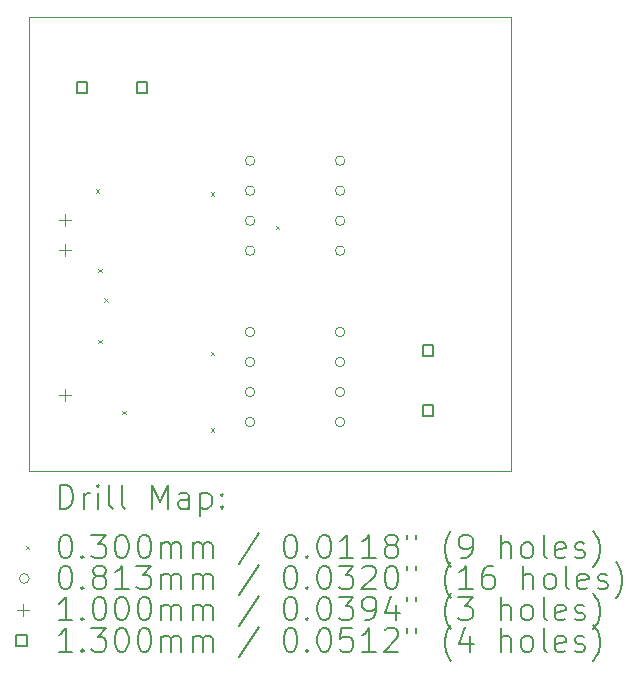
<source format=gbr>
%TF.GenerationSoftware,KiCad,Pcbnew,8.0.5*%
%TF.CreationDate,2024-11-24T21:54:13-06:00*%
%TF.ProjectId,moisture_sensor,6d6f6973-7475-4726-955f-73656e736f72,rev?*%
%TF.SameCoordinates,Original*%
%TF.FileFunction,Drillmap*%
%TF.FilePolarity,Positive*%
%FSLAX45Y45*%
G04 Gerber Fmt 4.5, Leading zero omitted, Abs format (unit mm)*
G04 Created by KiCad (PCBNEW 8.0.5) date 2024-11-24 21:54:13*
%MOMM*%
%LPD*%
G01*
G04 APERTURE LIST*
%ADD10C,0.050000*%
%ADD11C,0.200000*%
%ADD12C,0.100000*%
%ADD13C,0.130000*%
G04 APERTURE END LIST*
D10*
X11900000Y-6800000D02*
X15975000Y-6800000D01*
X15975000Y-10650000D01*
X11900000Y-10650000D01*
X11900000Y-6800000D01*
D11*
D12*
X12460000Y-8260000D02*
X12490000Y-8290000D01*
X12490000Y-8260000D02*
X12460000Y-8290000D01*
X12485000Y-8935000D02*
X12515000Y-8965000D01*
X12515000Y-8935000D02*
X12485000Y-8965000D01*
X12485000Y-9535000D02*
X12515000Y-9565000D01*
X12515000Y-9535000D02*
X12485000Y-9565000D01*
X12535000Y-9185000D02*
X12565000Y-9215000D01*
X12565000Y-9185000D02*
X12535000Y-9215000D01*
X12685000Y-10135000D02*
X12715000Y-10165000D01*
X12715000Y-10135000D02*
X12685000Y-10165000D01*
X13435000Y-8285000D02*
X13465000Y-8315000D01*
X13465000Y-8285000D02*
X13435000Y-8315000D01*
X13435000Y-9635000D02*
X13465000Y-9665000D01*
X13465000Y-9635000D02*
X13435000Y-9665000D01*
X13435000Y-10285000D02*
X13465000Y-10315000D01*
X13465000Y-10285000D02*
X13435000Y-10315000D01*
X13985000Y-8569000D02*
X14015000Y-8599000D01*
X14015000Y-8569000D02*
X13985000Y-8599000D01*
X13809640Y-8019000D02*
G75*
G02*
X13728360Y-8019000I-40640J0D01*
G01*
X13728360Y-8019000D02*
G75*
G02*
X13809640Y-8019000I40640J0D01*
G01*
X13809640Y-8273000D02*
G75*
G02*
X13728360Y-8273000I-40640J0D01*
G01*
X13728360Y-8273000D02*
G75*
G02*
X13809640Y-8273000I40640J0D01*
G01*
X13809640Y-8527000D02*
G75*
G02*
X13728360Y-8527000I-40640J0D01*
G01*
X13728360Y-8527000D02*
G75*
G02*
X13809640Y-8527000I40640J0D01*
G01*
X13809640Y-8781000D02*
G75*
G02*
X13728360Y-8781000I-40640J0D01*
G01*
X13728360Y-8781000D02*
G75*
G02*
X13809640Y-8781000I40640J0D01*
G01*
X13809640Y-9469000D02*
G75*
G02*
X13728360Y-9469000I-40640J0D01*
G01*
X13728360Y-9469000D02*
G75*
G02*
X13809640Y-9469000I40640J0D01*
G01*
X13809640Y-9723000D02*
G75*
G02*
X13728360Y-9723000I-40640J0D01*
G01*
X13728360Y-9723000D02*
G75*
G02*
X13809640Y-9723000I40640J0D01*
G01*
X13809640Y-9977000D02*
G75*
G02*
X13728360Y-9977000I-40640J0D01*
G01*
X13728360Y-9977000D02*
G75*
G02*
X13809640Y-9977000I40640J0D01*
G01*
X13809640Y-10231000D02*
G75*
G02*
X13728360Y-10231000I-40640J0D01*
G01*
X13728360Y-10231000D02*
G75*
G02*
X13809640Y-10231000I40640J0D01*
G01*
X14571640Y-8019000D02*
G75*
G02*
X14490360Y-8019000I-40640J0D01*
G01*
X14490360Y-8019000D02*
G75*
G02*
X14571640Y-8019000I40640J0D01*
G01*
X14571640Y-8273000D02*
G75*
G02*
X14490360Y-8273000I-40640J0D01*
G01*
X14490360Y-8273000D02*
G75*
G02*
X14571640Y-8273000I40640J0D01*
G01*
X14571640Y-8527000D02*
G75*
G02*
X14490360Y-8527000I-40640J0D01*
G01*
X14490360Y-8527000D02*
G75*
G02*
X14571640Y-8527000I40640J0D01*
G01*
X14571640Y-8781000D02*
G75*
G02*
X14490360Y-8781000I-40640J0D01*
G01*
X14490360Y-8781000D02*
G75*
G02*
X14571640Y-8781000I40640J0D01*
G01*
X14571640Y-9469000D02*
G75*
G02*
X14490360Y-9469000I-40640J0D01*
G01*
X14490360Y-9469000D02*
G75*
G02*
X14571640Y-9469000I40640J0D01*
G01*
X14571640Y-9723000D02*
G75*
G02*
X14490360Y-9723000I-40640J0D01*
G01*
X14490360Y-9723000D02*
G75*
G02*
X14571640Y-9723000I40640J0D01*
G01*
X14571640Y-9977000D02*
G75*
G02*
X14490360Y-9977000I-40640J0D01*
G01*
X14490360Y-9977000D02*
G75*
G02*
X14571640Y-9977000I40640J0D01*
G01*
X14571640Y-10231000D02*
G75*
G02*
X14490360Y-10231000I-40640J0D01*
G01*
X14490360Y-10231000D02*
G75*
G02*
X14571640Y-10231000I40640J0D01*
G01*
X12200000Y-8472500D02*
X12200000Y-8572500D01*
X12150000Y-8522500D02*
X12250000Y-8522500D01*
X12200000Y-8726500D02*
X12200000Y-8826500D01*
X12150000Y-8776500D02*
X12250000Y-8776500D01*
X12200000Y-9950000D02*
X12200000Y-10050000D01*
X12150000Y-10000000D02*
X12250000Y-10000000D01*
D13*
X12391462Y-7445962D02*
X12391462Y-7354038D01*
X12299538Y-7354038D01*
X12299538Y-7445962D01*
X12391462Y-7445962D01*
X12899462Y-7445962D02*
X12899462Y-7354038D01*
X12807538Y-7354038D01*
X12807538Y-7445962D01*
X12899462Y-7445962D01*
X15320962Y-9670962D02*
X15320962Y-9579038D01*
X15229038Y-9579038D01*
X15229038Y-9670962D01*
X15320962Y-9670962D01*
X15320962Y-10178962D02*
X15320962Y-10087038D01*
X15229038Y-10087038D01*
X15229038Y-10178962D01*
X15320962Y-10178962D01*
D11*
X12158277Y-10963984D02*
X12158277Y-10763984D01*
X12158277Y-10763984D02*
X12205896Y-10763984D01*
X12205896Y-10763984D02*
X12234467Y-10773508D01*
X12234467Y-10773508D02*
X12253515Y-10792555D01*
X12253515Y-10792555D02*
X12263039Y-10811603D01*
X12263039Y-10811603D02*
X12272562Y-10849698D01*
X12272562Y-10849698D02*
X12272562Y-10878270D01*
X12272562Y-10878270D02*
X12263039Y-10916365D01*
X12263039Y-10916365D02*
X12253515Y-10935412D01*
X12253515Y-10935412D02*
X12234467Y-10954460D01*
X12234467Y-10954460D02*
X12205896Y-10963984D01*
X12205896Y-10963984D02*
X12158277Y-10963984D01*
X12358277Y-10963984D02*
X12358277Y-10830650D01*
X12358277Y-10868746D02*
X12367801Y-10849698D01*
X12367801Y-10849698D02*
X12377324Y-10840174D01*
X12377324Y-10840174D02*
X12396372Y-10830650D01*
X12396372Y-10830650D02*
X12415420Y-10830650D01*
X12482086Y-10963984D02*
X12482086Y-10830650D01*
X12482086Y-10763984D02*
X12472562Y-10773508D01*
X12472562Y-10773508D02*
X12482086Y-10783031D01*
X12482086Y-10783031D02*
X12491610Y-10773508D01*
X12491610Y-10773508D02*
X12482086Y-10763984D01*
X12482086Y-10763984D02*
X12482086Y-10783031D01*
X12605896Y-10963984D02*
X12586848Y-10954460D01*
X12586848Y-10954460D02*
X12577324Y-10935412D01*
X12577324Y-10935412D02*
X12577324Y-10763984D01*
X12710658Y-10963984D02*
X12691610Y-10954460D01*
X12691610Y-10954460D02*
X12682086Y-10935412D01*
X12682086Y-10935412D02*
X12682086Y-10763984D01*
X12939229Y-10963984D02*
X12939229Y-10763984D01*
X12939229Y-10763984D02*
X13005896Y-10906841D01*
X13005896Y-10906841D02*
X13072562Y-10763984D01*
X13072562Y-10763984D02*
X13072562Y-10963984D01*
X13253515Y-10963984D02*
X13253515Y-10859222D01*
X13253515Y-10859222D02*
X13243991Y-10840174D01*
X13243991Y-10840174D02*
X13224943Y-10830650D01*
X13224943Y-10830650D02*
X13186848Y-10830650D01*
X13186848Y-10830650D02*
X13167801Y-10840174D01*
X13253515Y-10954460D02*
X13234467Y-10963984D01*
X13234467Y-10963984D02*
X13186848Y-10963984D01*
X13186848Y-10963984D02*
X13167801Y-10954460D01*
X13167801Y-10954460D02*
X13158277Y-10935412D01*
X13158277Y-10935412D02*
X13158277Y-10916365D01*
X13158277Y-10916365D02*
X13167801Y-10897317D01*
X13167801Y-10897317D02*
X13186848Y-10887793D01*
X13186848Y-10887793D02*
X13234467Y-10887793D01*
X13234467Y-10887793D02*
X13253515Y-10878270D01*
X13348753Y-10830650D02*
X13348753Y-11030650D01*
X13348753Y-10840174D02*
X13367801Y-10830650D01*
X13367801Y-10830650D02*
X13405896Y-10830650D01*
X13405896Y-10830650D02*
X13424943Y-10840174D01*
X13424943Y-10840174D02*
X13434467Y-10849698D01*
X13434467Y-10849698D02*
X13443991Y-10868746D01*
X13443991Y-10868746D02*
X13443991Y-10925889D01*
X13443991Y-10925889D02*
X13434467Y-10944936D01*
X13434467Y-10944936D02*
X13424943Y-10954460D01*
X13424943Y-10954460D02*
X13405896Y-10963984D01*
X13405896Y-10963984D02*
X13367801Y-10963984D01*
X13367801Y-10963984D02*
X13348753Y-10954460D01*
X13529705Y-10944936D02*
X13539229Y-10954460D01*
X13539229Y-10954460D02*
X13529705Y-10963984D01*
X13529705Y-10963984D02*
X13520182Y-10954460D01*
X13520182Y-10954460D02*
X13529705Y-10944936D01*
X13529705Y-10944936D02*
X13529705Y-10963984D01*
X13529705Y-10840174D02*
X13539229Y-10849698D01*
X13539229Y-10849698D02*
X13529705Y-10859222D01*
X13529705Y-10859222D02*
X13520182Y-10849698D01*
X13520182Y-10849698D02*
X13529705Y-10840174D01*
X13529705Y-10840174D02*
X13529705Y-10859222D01*
D12*
X11867500Y-11277500D02*
X11897500Y-11307500D01*
X11897500Y-11277500D02*
X11867500Y-11307500D01*
D11*
X12196372Y-11183984D02*
X12215420Y-11183984D01*
X12215420Y-11183984D02*
X12234467Y-11193508D01*
X12234467Y-11193508D02*
X12243991Y-11203031D01*
X12243991Y-11203031D02*
X12253515Y-11222079D01*
X12253515Y-11222079D02*
X12263039Y-11260174D01*
X12263039Y-11260174D02*
X12263039Y-11307793D01*
X12263039Y-11307793D02*
X12253515Y-11345888D01*
X12253515Y-11345888D02*
X12243991Y-11364936D01*
X12243991Y-11364936D02*
X12234467Y-11374460D01*
X12234467Y-11374460D02*
X12215420Y-11383984D01*
X12215420Y-11383984D02*
X12196372Y-11383984D01*
X12196372Y-11383984D02*
X12177324Y-11374460D01*
X12177324Y-11374460D02*
X12167801Y-11364936D01*
X12167801Y-11364936D02*
X12158277Y-11345888D01*
X12158277Y-11345888D02*
X12148753Y-11307793D01*
X12148753Y-11307793D02*
X12148753Y-11260174D01*
X12148753Y-11260174D02*
X12158277Y-11222079D01*
X12158277Y-11222079D02*
X12167801Y-11203031D01*
X12167801Y-11203031D02*
X12177324Y-11193508D01*
X12177324Y-11193508D02*
X12196372Y-11183984D01*
X12348753Y-11364936D02*
X12358277Y-11374460D01*
X12358277Y-11374460D02*
X12348753Y-11383984D01*
X12348753Y-11383984D02*
X12339229Y-11374460D01*
X12339229Y-11374460D02*
X12348753Y-11364936D01*
X12348753Y-11364936D02*
X12348753Y-11383984D01*
X12424943Y-11183984D02*
X12548753Y-11183984D01*
X12548753Y-11183984D02*
X12482086Y-11260174D01*
X12482086Y-11260174D02*
X12510658Y-11260174D01*
X12510658Y-11260174D02*
X12529705Y-11269698D01*
X12529705Y-11269698D02*
X12539229Y-11279222D01*
X12539229Y-11279222D02*
X12548753Y-11298269D01*
X12548753Y-11298269D02*
X12548753Y-11345888D01*
X12548753Y-11345888D02*
X12539229Y-11364936D01*
X12539229Y-11364936D02*
X12529705Y-11374460D01*
X12529705Y-11374460D02*
X12510658Y-11383984D01*
X12510658Y-11383984D02*
X12453515Y-11383984D01*
X12453515Y-11383984D02*
X12434467Y-11374460D01*
X12434467Y-11374460D02*
X12424943Y-11364936D01*
X12672562Y-11183984D02*
X12691610Y-11183984D01*
X12691610Y-11183984D02*
X12710658Y-11193508D01*
X12710658Y-11193508D02*
X12720182Y-11203031D01*
X12720182Y-11203031D02*
X12729705Y-11222079D01*
X12729705Y-11222079D02*
X12739229Y-11260174D01*
X12739229Y-11260174D02*
X12739229Y-11307793D01*
X12739229Y-11307793D02*
X12729705Y-11345888D01*
X12729705Y-11345888D02*
X12720182Y-11364936D01*
X12720182Y-11364936D02*
X12710658Y-11374460D01*
X12710658Y-11374460D02*
X12691610Y-11383984D01*
X12691610Y-11383984D02*
X12672562Y-11383984D01*
X12672562Y-11383984D02*
X12653515Y-11374460D01*
X12653515Y-11374460D02*
X12643991Y-11364936D01*
X12643991Y-11364936D02*
X12634467Y-11345888D01*
X12634467Y-11345888D02*
X12624943Y-11307793D01*
X12624943Y-11307793D02*
X12624943Y-11260174D01*
X12624943Y-11260174D02*
X12634467Y-11222079D01*
X12634467Y-11222079D02*
X12643991Y-11203031D01*
X12643991Y-11203031D02*
X12653515Y-11193508D01*
X12653515Y-11193508D02*
X12672562Y-11183984D01*
X12863039Y-11183984D02*
X12882086Y-11183984D01*
X12882086Y-11183984D02*
X12901134Y-11193508D01*
X12901134Y-11193508D02*
X12910658Y-11203031D01*
X12910658Y-11203031D02*
X12920182Y-11222079D01*
X12920182Y-11222079D02*
X12929705Y-11260174D01*
X12929705Y-11260174D02*
X12929705Y-11307793D01*
X12929705Y-11307793D02*
X12920182Y-11345888D01*
X12920182Y-11345888D02*
X12910658Y-11364936D01*
X12910658Y-11364936D02*
X12901134Y-11374460D01*
X12901134Y-11374460D02*
X12882086Y-11383984D01*
X12882086Y-11383984D02*
X12863039Y-11383984D01*
X12863039Y-11383984D02*
X12843991Y-11374460D01*
X12843991Y-11374460D02*
X12834467Y-11364936D01*
X12834467Y-11364936D02*
X12824943Y-11345888D01*
X12824943Y-11345888D02*
X12815420Y-11307793D01*
X12815420Y-11307793D02*
X12815420Y-11260174D01*
X12815420Y-11260174D02*
X12824943Y-11222079D01*
X12824943Y-11222079D02*
X12834467Y-11203031D01*
X12834467Y-11203031D02*
X12843991Y-11193508D01*
X12843991Y-11193508D02*
X12863039Y-11183984D01*
X13015420Y-11383984D02*
X13015420Y-11250650D01*
X13015420Y-11269698D02*
X13024943Y-11260174D01*
X13024943Y-11260174D02*
X13043991Y-11250650D01*
X13043991Y-11250650D02*
X13072563Y-11250650D01*
X13072563Y-11250650D02*
X13091610Y-11260174D01*
X13091610Y-11260174D02*
X13101134Y-11279222D01*
X13101134Y-11279222D02*
X13101134Y-11383984D01*
X13101134Y-11279222D02*
X13110658Y-11260174D01*
X13110658Y-11260174D02*
X13129705Y-11250650D01*
X13129705Y-11250650D02*
X13158277Y-11250650D01*
X13158277Y-11250650D02*
X13177324Y-11260174D01*
X13177324Y-11260174D02*
X13186848Y-11279222D01*
X13186848Y-11279222D02*
X13186848Y-11383984D01*
X13282086Y-11383984D02*
X13282086Y-11250650D01*
X13282086Y-11269698D02*
X13291610Y-11260174D01*
X13291610Y-11260174D02*
X13310658Y-11250650D01*
X13310658Y-11250650D02*
X13339229Y-11250650D01*
X13339229Y-11250650D02*
X13358277Y-11260174D01*
X13358277Y-11260174D02*
X13367801Y-11279222D01*
X13367801Y-11279222D02*
X13367801Y-11383984D01*
X13367801Y-11279222D02*
X13377324Y-11260174D01*
X13377324Y-11260174D02*
X13396372Y-11250650D01*
X13396372Y-11250650D02*
X13424943Y-11250650D01*
X13424943Y-11250650D02*
X13443991Y-11260174D01*
X13443991Y-11260174D02*
X13453515Y-11279222D01*
X13453515Y-11279222D02*
X13453515Y-11383984D01*
X13843991Y-11174460D02*
X13672563Y-11431603D01*
X14101134Y-11183984D02*
X14120182Y-11183984D01*
X14120182Y-11183984D02*
X14139229Y-11193508D01*
X14139229Y-11193508D02*
X14148753Y-11203031D01*
X14148753Y-11203031D02*
X14158277Y-11222079D01*
X14158277Y-11222079D02*
X14167801Y-11260174D01*
X14167801Y-11260174D02*
X14167801Y-11307793D01*
X14167801Y-11307793D02*
X14158277Y-11345888D01*
X14158277Y-11345888D02*
X14148753Y-11364936D01*
X14148753Y-11364936D02*
X14139229Y-11374460D01*
X14139229Y-11374460D02*
X14120182Y-11383984D01*
X14120182Y-11383984D02*
X14101134Y-11383984D01*
X14101134Y-11383984D02*
X14082086Y-11374460D01*
X14082086Y-11374460D02*
X14072563Y-11364936D01*
X14072563Y-11364936D02*
X14063039Y-11345888D01*
X14063039Y-11345888D02*
X14053515Y-11307793D01*
X14053515Y-11307793D02*
X14053515Y-11260174D01*
X14053515Y-11260174D02*
X14063039Y-11222079D01*
X14063039Y-11222079D02*
X14072563Y-11203031D01*
X14072563Y-11203031D02*
X14082086Y-11193508D01*
X14082086Y-11193508D02*
X14101134Y-11183984D01*
X14253515Y-11364936D02*
X14263039Y-11374460D01*
X14263039Y-11374460D02*
X14253515Y-11383984D01*
X14253515Y-11383984D02*
X14243991Y-11374460D01*
X14243991Y-11374460D02*
X14253515Y-11364936D01*
X14253515Y-11364936D02*
X14253515Y-11383984D01*
X14386848Y-11183984D02*
X14405896Y-11183984D01*
X14405896Y-11183984D02*
X14424944Y-11193508D01*
X14424944Y-11193508D02*
X14434467Y-11203031D01*
X14434467Y-11203031D02*
X14443991Y-11222079D01*
X14443991Y-11222079D02*
X14453515Y-11260174D01*
X14453515Y-11260174D02*
X14453515Y-11307793D01*
X14453515Y-11307793D02*
X14443991Y-11345888D01*
X14443991Y-11345888D02*
X14434467Y-11364936D01*
X14434467Y-11364936D02*
X14424944Y-11374460D01*
X14424944Y-11374460D02*
X14405896Y-11383984D01*
X14405896Y-11383984D02*
X14386848Y-11383984D01*
X14386848Y-11383984D02*
X14367801Y-11374460D01*
X14367801Y-11374460D02*
X14358277Y-11364936D01*
X14358277Y-11364936D02*
X14348753Y-11345888D01*
X14348753Y-11345888D02*
X14339229Y-11307793D01*
X14339229Y-11307793D02*
X14339229Y-11260174D01*
X14339229Y-11260174D02*
X14348753Y-11222079D01*
X14348753Y-11222079D02*
X14358277Y-11203031D01*
X14358277Y-11203031D02*
X14367801Y-11193508D01*
X14367801Y-11193508D02*
X14386848Y-11183984D01*
X14643991Y-11383984D02*
X14529706Y-11383984D01*
X14586848Y-11383984D02*
X14586848Y-11183984D01*
X14586848Y-11183984D02*
X14567801Y-11212555D01*
X14567801Y-11212555D02*
X14548753Y-11231603D01*
X14548753Y-11231603D02*
X14529706Y-11241127D01*
X14834467Y-11383984D02*
X14720182Y-11383984D01*
X14777325Y-11383984D02*
X14777325Y-11183984D01*
X14777325Y-11183984D02*
X14758277Y-11212555D01*
X14758277Y-11212555D02*
X14739229Y-11231603D01*
X14739229Y-11231603D02*
X14720182Y-11241127D01*
X14948753Y-11269698D02*
X14929706Y-11260174D01*
X14929706Y-11260174D02*
X14920182Y-11250650D01*
X14920182Y-11250650D02*
X14910658Y-11231603D01*
X14910658Y-11231603D02*
X14910658Y-11222079D01*
X14910658Y-11222079D02*
X14920182Y-11203031D01*
X14920182Y-11203031D02*
X14929706Y-11193508D01*
X14929706Y-11193508D02*
X14948753Y-11183984D01*
X14948753Y-11183984D02*
X14986848Y-11183984D01*
X14986848Y-11183984D02*
X15005896Y-11193508D01*
X15005896Y-11193508D02*
X15015420Y-11203031D01*
X15015420Y-11203031D02*
X15024944Y-11222079D01*
X15024944Y-11222079D02*
X15024944Y-11231603D01*
X15024944Y-11231603D02*
X15015420Y-11250650D01*
X15015420Y-11250650D02*
X15005896Y-11260174D01*
X15005896Y-11260174D02*
X14986848Y-11269698D01*
X14986848Y-11269698D02*
X14948753Y-11269698D01*
X14948753Y-11269698D02*
X14929706Y-11279222D01*
X14929706Y-11279222D02*
X14920182Y-11288746D01*
X14920182Y-11288746D02*
X14910658Y-11307793D01*
X14910658Y-11307793D02*
X14910658Y-11345888D01*
X14910658Y-11345888D02*
X14920182Y-11364936D01*
X14920182Y-11364936D02*
X14929706Y-11374460D01*
X14929706Y-11374460D02*
X14948753Y-11383984D01*
X14948753Y-11383984D02*
X14986848Y-11383984D01*
X14986848Y-11383984D02*
X15005896Y-11374460D01*
X15005896Y-11374460D02*
X15015420Y-11364936D01*
X15015420Y-11364936D02*
X15024944Y-11345888D01*
X15024944Y-11345888D02*
X15024944Y-11307793D01*
X15024944Y-11307793D02*
X15015420Y-11288746D01*
X15015420Y-11288746D02*
X15005896Y-11279222D01*
X15005896Y-11279222D02*
X14986848Y-11269698D01*
X15101134Y-11183984D02*
X15101134Y-11222079D01*
X15177325Y-11183984D02*
X15177325Y-11222079D01*
X15472563Y-11460174D02*
X15463039Y-11450650D01*
X15463039Y-11450650D02*
X15443991Y-11422079D01*
X15443991Y-11422079D02*
X15434468Y-11403031D01*
X15434468Y-11403031D02*
X15424944Y-11374460D01*
X15424944Y-11374460D02*
X15415420Y-11326841D01*
X15415420Y-11326841D02*
X15415420Y-11288746D01*
X15415420Y-11288746D02*
X15424944Y-11241127D01*
X15424944Y-11241127D02*
X15434468Y-11212555D01*
X15434468Y-11212555D02*
X15443991Y-11193508D01*
X15443991Y-11193508D02*
X15463039Y-11164936D01*
X15463039Y-11164936D02*
X15472563Y-11155412D01*
X15558277Y-11383984D02*
X15596372Y-11383984D01*
X15596372Y-11383984D02*
X15615420Y-11374460D01*
X15615420Y-11374460D02*
X15624944Y-11364936D01*
X15624944Y-11364936D02*
X15643991Y-11336365D01*
X15643991Y-11336365D02*
X15653515Y-11298269D01*
X15653515Y-11298269D02*
X15653515Y-11222079D01*
X15653515Y-11222079D02*
X15643991Y-11203031D01*
X15643991Y-11203031D02*
X15634468Y-11193508D01*
X15634468Y-11193508D02*
X15615420Y-11183984D01*
X15615420Y-11183984D02*
X15577325Y-11183984D01*
X15577325Y-11183984D02*
X15558277Y-11193508D01*
X15558277Y-11193508D02*
X15548753Y-11203031D01*
X15548753Y-11203031D02*
X15539229Y-11222079D01*
X15539229Y-11222079D02*
X15539229Y-11269698D01*
X15539229Y-11269698D02*
X15548753Y-11288746D01*
X15548753Y-11288746D02*
X15558277Y-11298269D01*
X15558277Y-11298269D02*
X15577325Y-11307793D01*
X15577325Y-11307793D02*
X15615420Y-11307793D01*
X15615420Y-11307793D02*
X15634468Y-11298269D01*
X15634468Y-11298269D02*
X15643991Y-11288746D01*
X15643991Y-11288746D02*
X15653515Y-11269698D01*
X15891610Y-11383984D02*
X15891610Y-11183984D01*
X15977325Y-11383984D02*
X15977325Y-11279222D01*
X15977325Y-11279222D02*
X15967801Y-11260174D01*
X15967801Y-11260174D02*
X15948753Y-11250650D01*
X15948753Y-11250650D02*
X15920182Y-11250650D01*
X15920182Y-11250650D02*
X15901134Y-11260174D01*
X15901134Y-11260174D02*
X15891610Y-11269698D01*
X16101134Y-11383984D02*
X16082087Y-11374460D01*
X16082087Y-11374460D02*
X16072563Y-11364936D01*
X16072563Y-11364936D02*
X16063039Y-11345888D01*
X16063039Y-11345888D02*
X16063039Y-11288746D01*
X16063039Y-11288746D02*
X16072563Y-11269698D01*
X16072563Y-11269698D02*
X16082087Y-11260174D01*
X16082087Y-11260174D02*
X16101134Y-11250650D01*
X16101134Y-11250650D02*
X16129706Y-11250650D01*
X16129706Y-11250650D02*
X16148753Y-11260174D01*
X16148753Y-11260174D02*
X16158277Y-11269698D01*
X16158277Y-11269698D02*
X16167801Y-11288746D01*
X16167801Y-11288746D02*
X16167801Y-11345888D01*
X16167801Y-11345888D02*
X16158277Y-11364936D01*
X16158277Y-11364936D02*
X16148753Y-11374460D01*
X16148753Y-11374460D02*
X16129706Y-11383984D01*
X16129706Y-11383984D02*
X16101134Y-11383984D01*
X16282087Y-11383984D02*
X16263039Y-11374460D01*
X16263039Y-11374460D02*
X16253515Y-11355412D01*
X16253515Y-11355412D02*
X16253515Y-11183984D01*
X16434468Y-11374460D02*
X16415420Y-11383984D01*
X16415420Y-11383984D02*
X16377325Y-11383984D01*
X16377325Y-11383984D02*
X16358277Y-11374460D01*
X16358277Y-11374460D02*
X16348753Y-11355412D01*
X16348753Y-11355412D02*
X16348753Y-11279222D01*
X16348753Y-11279222D02*
X16358277Y-11260174D01*
X16358277Y-11260174D02*
X16377325Y-11250650D01*
X16377325Y-11250650D02*
X16415420Y-11250650D01*
X16415420Y-11250650D02*
X16434468Y-11260174D01*
X16434468Y-11260174D02*
X16443991Y-11279222D01*
X16443991Y-11279222D02*
X16443991Y-11298269D01*
X16443991Y-11298269D02*
X16348753Y-11317317D01*
X16520182Y-11374460D02*
X16539230Y-11383984D01*
X16539230Y-11383984D02*
X16577325Y-11383984D01*
X16577325Y-11383984D02*
X16596372Y-11374460D01*
X16596372Y-11374460D02*
X16605896Y-11355412D01*
X16605896Y-11355412D02*
X16605896Y-11345888D01*
X16605896Y-11345888D02*
X16596372Y-11326841D01*
X16596372Y-11326841D02*
X16577325Y-11317317D01*
X16577325Y-11317317D02*
X16548753Y-11317317D01*
X16548753Y-11317317D02*
X16529706Y-11307793D01*
X16529706Y-11307793D02*
X16520182Y-11288746D01*
X16520182Y-11288746D02*
X16520182Y-11279222D01*
X16520182Y-11279222D02*
X16529706Y-11260174D01*
X16529706Y-11260174D02*
X16548753Y-11250650D01*
X16548753Y-11250650D02*
X16577325Y-11250650D01*
X16577325Y-11250650D02*
X16596372Y-11260174D01*
X16672563Y-11460174D02*
X16682087Y-11450650D01*
X16682087Y-11450650D02*
X16701134Y-11422079D01*
X16701134Y-11422079D02*
X16710658Y-11403031D01*
X16710658Y-11403031D02*
X16720182Y-11374460D01*
X16720182Y-11374460D02*
X16729706Y-11326841D01*
X16729706Y-11326841D02*
X16729706Y-11288746D01*
X16729706Y-11288746D02*
X16720182Y-11241127D01*
X16720182Y-11241127D02*
X16710658Y-11212555D01*
X16710658Y-11212555D02*
X16701134Y-11193508D01*
X16701134Y-11193508D02*
X16682087Y-11164936D01*
X16682087Y-11164936D02*
X16672563Y-11155412D01*
D12*
X11897500Y-11556500D02*
G75*
G02*
X11816220Y-11556500I-40640J0D01*
G01*
X11816220Y-11556500D02*
G75*
G02*
X11897500Y-11556500I40640J0D01*
G01*
D11*
X12196372Y-11447984D02*
X12215420Y-11447984D01*
X12215420Y-11447984D02*
X12234467Y-11457508D01*
X12234467Y-11457508D02*
X12243991Y-11467031D01*
X12243991Y-11467031D02*
X12253515Y-11486079D01*
X12253515Y-11486079D02*
X12263039Y-11524174D01*
X12263039Y-11524174D02*
X12263039Y-11571793D01*
X12263039Y-11571793D02*
X12253515Y-11609888D01*
X12253515Y-11609888D02*
X12243991Y-11628936D01*
X12243991Y-11628936D02*
X12234467Y-11638460D01*
X12234467Y-11638460D02*
X12215420Y-11647984D01*
X12215420Y-11647984D02*
X12196372Y-11647984D01*
X12196372Y-11647984D02*
X12177324Y-11638460D01*
X12177324Y-11638460D02*
X12167801Y-11628936D01*
X12167801Y-11628936D02*
X12158277Y-11609888D01*
X12158277Y-11609888D02*
X12148753Y-11571793D01*
X12148753Y-11571793D02*
X12148753Y-11524174D01*
X12148753Y-11524174D02*
X12158277Y-11486079D01*
X12158277Y-11486079D02*
X12167801Y-11467031D01*
X12167801Y-11467031D02*
X12177324Y-11457508D01*
X12177324Y-11457508D02*
X12196372Y-11447984D01*
X12348753Y-11628936D02*
X12358277Y-11638460D01*
X12358277Y-11638460D02*
X12348753Y-11647984D01*
X12348753Y-11647984D02*
X12339229Y-11638460D01*
X12339229Y-11638460D02*
X12348753Y-11628936D01*
X12348753Y-11628936D02*
X12348753Y-11647984D01*
X12472562Y-11533698D02*
X12453515Y-11524174D01*
X12453515Y-11524174D02*
X12443991Y-11514650D01*
X12443991Y-11514650D02*
X12434467Y-11495603D01*
X12434467Y-11495603D02*
X12434467Y-11486079D01*
X12434467Y-11486079D02*
X12443991Y-11467031D01*
X12443991Y-11467031D02*
X12453515Y-11457508D01*
X12453515Y-11457508D02*
X12472562Y-11447984D01*
X12472562Y-11447984D02*
X12510658Y-11447984D01*
X12510658Y-11447984D02*
X12529705Y-11457508D01*
X12529705Y-11457508D02*
X12539229Y-11467031D01*
X12539229Y-11467031D02*
X12548753Y-11486079D01*
X12548753Y-11486079D02*
X12548753Y-11495603D01*
X12548753Y-11495603D02*
X12539229Y-11514650D01*
X12539229Y-11514650D02*
X12529705Y-11524174D01*
X12529705Y-11524174D02*
X12510658Y-11533698D01*
X12510658Y-11533698D02*
X12472562Y-11533698D01*
X12472562Y-11533698D02*
X12453515Y-11543222D01*
X12453515Y-11543222D02*
X12443991Y-11552746D01*
X12443991Y-11552746D02*
X12434467Y-11571793D01*
X12434467Y-11571793D02*
X12434467Y-11609888D01*
X12434467Y-11609888D02*
X12443991Y-11628936D01*
X12443991Y-11628936D02*
X12453515Y-11638460D01*
X12453515Y-11638460D02*
X12472562Y-11647984D01*
X12472562Y-11647984D02*
X12510658Y-11647984D01*
X12510658Y-11647984D02*
X12529705Y-11638460D01*
X12529705Y-11638460D02*
X12539229Y-11628936D01*
X12539229Y-11628936D02*
X12548753Y-11609888D01*
X12548753Y-11609888D02*
X12548753Y-11571793D01*
X12548753Y-11571793D02*
X12539229Y-11552746D01*
X12539229Y-11552746D02*
X12529705Y-11543222D01*
X12529705Y-11543222D02*
X12510658Y-11533698D01*
X12739229Y-11647984D02*
X12624943Y-11647984D01*
X12682086Y-11647984D02*
X12682086Y-11447984D01*
X12682086Y-11447984D02*
X12663039Y-11476555D01*
X12663039Y-11476555D02*
X12643991Y-11495603D01*
X12643991Y-11495603D02*
X12624943Y-11505127D01*
X12805896Y-11447984D02*
X12929705Y-11447984D01*
X12929705Y-11447984D02*
X12863039Y-11524174D01*
X12863039Y-11524174D02*
X12891610Y-11524174D01*
X12891610Y-11524174D02*
X12910658Y-11533698D01*
X12910658Y-11533698D02*
X12920182Y-11543222D01*
X12920182Y-11543222D02*
X12929705Y-11562269D01*
X12929705Y-11562269D02*
X12929705Y-11609888D01*
X12929705Y-11609888D02*
X12920182Y-11628936D01*
X12920182Y-11628936D02*
X12910658Y-11638460D01*
X12910658Y-11638460D02*
X12891610Y-11647984D01*
X12891610Y-11647984D02*
X12834467Y-11647984D01*
X12834467Y-11647984D02*
X12815420Y-11638460D01*
X12815420Y-11638460D02*
X12805896Y-11628936D01*
X13015420Y-11647984D02*
X13015420Y-11514650D01*
X13015420Y-11533698D02*
X13024943Y-11524174D01*
X13024943Y-11524174D02*
X13043991Y-11514650D01*
X13043991Y-11514650D02*
X13072563Y-11514650D01*
X13072563Y-11514650D02*
X13091610Y-11524174D01*
X13091610Y-11524174D02*
X13101134Y-11543222D01*
X13101134Y-11543222D02*
X13101134Y-11647984D01*
X13101134Y-11543222D02*
X13110658Y-11524174D01*
X13110658Y-11524174D02*
X13129705Y-11514650D01*
X13129705Y-11514650D02*
X13158277Y-11514650D01*
X13158277Y-11514650D02*
X13177324Y-11524174D01*
X13177324Y-11524174D02*
X13186848Y-11543222D01*
X13186848Y-11543222D02*
X13186848Y-11647984D01*
X13282086Y-11647984D02*
X13282086Y-11514650D01*
X13282086Y-11533698D02*
X13291610Y-11524174D01*
X13291610Y-11524174D02*
X13310658Y-11514650D01*
X13310658Y-11514650D02*
X13339229Y-11514650D01*
X13339229Y-11514650D02*
X13358277Y-11524174D01*
X13358277Y-11524174D02*
X13367801Y-11543222D01*
X13367801Y-11543222D02*
X13367801Y-11647984D01*
X13367801Y-11543222D02*
X13377324Y-11524174D01*
X13377324Y-11524174D02*
X13396372Y-11514650D01*
X13396372Y-11514650D02*
X13424943Y-11514650D01*
X13424943Y-11514650D02*
X13443991Y-11524174D01*
X13443991Y-11524174D02*
X13453515Y-11543222D01*
X13453515Y-11543222D02*
X13453515Y-11647984D01*
X13843991Y-11438460D02*
X13672563Y-11695603D01*
X14101134Y-11447984D02*
X14120182Y-11447984D01*
X14120182Y-11447984D02*
X14139229Y-11457508D01*
X14139229Y-11457508D02*
X14148753Y-11467031D01*
X14148753Y-11467031D02*
X14158277Y-11486079D01*
X14158277Y-11486079D02*
X14167801Y-11524174D01*
X14167801Y-11524174D02*
X14167801Y-11571793D01*
X14167801Y-11571793D02*
X14158277Y-11609888D01*
X14158277Y-11609888D02*
X14148753Y-11628936D01*
X14148753Y-11628936D02*
X14139229Y-11638460D01*
X14139229Y-11638460D02*
X14120182Y-11647984D01*
X14120182Y-11647984D02*
X14101134Y-11647984D01*
X14101134Y-11647984D02*
X14082086Y-11638460D01*
X14082086Y-11638460D02*
X14072563Y-11628936D01*
X14072563Y-11628936D02*
X14063039Y-11609888D01*
X14063039Y-11609888D02*
X14053515Y-11571793D01*
X14053515Y-11571793D02*
X14053515Y-11524174D01*
X14053515Y-11524174D02*
X14063039Y-11486079D01*
X14063039Y-11486079D02*
X14072563Y-11467031D01*
X14072563Y-11467031D02*
X14082086Y-11457508D01*
X14082086Y-11457508D02*
X14101134Y-11447984D01*
X14253515Y-11628936D02*
X14263039Y-11638460D01*
X14263039Y-11638460D02*
X14253515Y-11647984D01*
X14253515Y-11647984D02*
X14243991Y-11638460D01*
X14243991Y-11638460D02*
X14253515Y-11628936D01*
X14253515Y-11628936D02*
X14253515Y-11647984D01*
X14386848Y-11447984D02*
X14405896Y-11447984D01*
X14405896Y-11447984D02*
X14424944Y-11457508D01*
X14424944Y-11457508D02*
X14434467Y-11467031D01*
X14434467Y-11467031D02*
X14443991Y-11486079D01*
X14443991Y-11486079D02*
X14453515Y-11524174D01*
X14453515Y-11524174D02*
X14453515Y-11571793D01*
X14453515Y-11571793D02*
X14443991Y-11609888D01*
X14443991Y-11609888D02*
X14434467Y-11628936D01*
X14434467Y-11628936D02*
X14424944Y-11638460D01*
X14424944Y-11638460D02*
X14405896Y-11647984D01*
X14405896Y-11647984D02*
X14386848Y-11647984D01*
X14386848Y-11647984D02*
X14367801Y-11638460D01*
X14367801Y-11638460D02*
X14358277Y-11628936D01*
X14358277Y-11628936D02*
X14348753Y-11609888D01*
X14348753Y-11609888D02*
X14339229Y-11571793D01*
X14339229Y-11571793D02*
X14339229Y-11524174D01*
X14339229Y-11524174D02*
X14348753Y-11486079D01*
X14348753Y-11486079D02*
X14358277Y-11467031D01*
X14358277Y-11467031D02*
X14367801Y-11457508D01*
X14367801Y-11457508D02*
X14386848Y-11447984D01*
X14520182Y-11447984D02*
X14643991Y-11447984D01*
X14643991Y-11447984D02*
X14577325Y-11524174D01*
X14577325Y-11524174D02*
X14605896Y-11524174D01*
X14605896Y-11524174D02*
X14624944Y-11533698D01*
X14624944Y-11533698D02*
X14634467Y-11543222D01*
X14634467Y-11543222D02*
X14643991Y-11562269D01*
X14643991Y-11562269D02*
X14643991Y-11609888D01*
X14643991Y-11609888D02*
X14634467Y-11628936D01*
X14634467Y-11628936D02*
X14624944Y-11638460D01*
X14624944Y-11638460D02*
X14605896Y-11647984D01*
X14605896Y-11647984D02*
X14548753Y-11647984D01*
X14548753Y-11647984D02*
X14529706Y-11638460D01*
X14529706Y-11638460D02*
X14520182Y-11628936D01*
X14720182Y-11467031D02*
X14729706Y-11457508D01*
X14729706Y-11457508D02*
X14748753Y-11447984D01*
X14748753Y-11447984D02*
X14796372Y-11447984D01*
X14796372Y-11447984D02*
X14815420Y-11457508D01*
X14815420Y-11457508D02*
X14824944Y-11467031D01*
X14824944Y-11467031D02*
X14834467Y-11486079D01*
X14834467Y-11486079D02*
X14834467Y-11505127D01*
X14834467Y-11505127D02*
X14824944Y-11533698D01*
X14824944Y-11533698D02*
X14710658Y-11647984D01*
X14710658Y-11647984D02*
X14834467Y-11647984D01*
X14958277Y-11447984D02*
X14977325Y-11447984D01*
X14977325Y-11447984D02*
X14996372Y-11457508D01*
X14996372Y-11457508D02*
X15005896Y-11467031D01*
X15005896Y-11467031D02*
X15015420Y-11486079D01*
X15015420Y-11486079D02*
X15024944Y-11524174D01*
X15024944Y-11524174D02*
X15024944Y-11571793D01*
X15024944Y-11571793D02*
X15015420Y-11609888D01*
X15015420Y-11609888D02*
X15005896Y-11628936D01*
X15005896Y-11628936D02*
X14996372Y-11638460D01*
X14996372Y-11638460D02*
X14977325Y-11647984D01*
X14977325Y-11647984D02*
X14958277Y-11647984D01*
X14958277Y-11647984D02*
X14939229Y-11638460D01*
X14939229Y-11638460D02*
X14929706Y-11628936D01*
X14929706Y-11628936D02*
X14920182Y-11609888D01*
X14920182Y-11609888D02*
X14910658Y-11571793D01*
X14910658Y-11571793D02*
X14910658Y-11524174D01*
X14910658Y-11524174D02*
X14920182Y-11486079D01*
X14920182Y-11486079D02*
X14929706Y-11467031D01*
X14929706Y-11467031D02*
X14939229Y-11457508D01*
X14939229Y-11457508D02*
X14958277Y-11447984D01*
X15101134Y-11447984D02*
X15101134Y-11486079D01*
X15177325Y-11447984D02*
X15177325Y-11486079D01*
X15472563Y-11724174D02*
X15463039Y-11714650D01*
X15463039Y-11714650D02*
X15443991Y-11686079D01*
X15443991Y-11686079D02*
X15434468Y-11667031D01*
X15434468Y-11667031D02*
X15424944Y-11638460D01*
X15424944Y-11638460D02*
X15415420Y-11590841D01*
X15415420Y-11590841D02*
X15415420Y-11552746D01*
X15415420Y-11552746D02*
X15424944Y-11505127D01*
X15424944Y-11505127D02*
X15434468Y-11476555D01*
X15434468Y-11476555D02*
X15443991Y-11457508D01*
X15443991Y-11457508D02*
X15463039Y-11428936D01*
X15463039Y-11428936D02*
X15472563Y-11419412D01*
X15653515Y-11647984D02*
X15539229Y-11647984D01*
X15596372Y-11647984D02*
X15596372Y-11447984D01*
X15596372Y-11447984D02*
X15577325Y-11476555D01*
X15577325Y-11476555D02*
X15558277Y-11495603D01*
X15558277Y-11495603D02*
X15539229Y-11505127D01*
X15824944Y-11447984D02*
X15786848Y-11447984D01*
X15786848Y-11447984D02*
X15767801Y-11457508D01*
X15767801Y-11457508D02*
X15758277Y-11467031D01*
X15758277Y-11467031D02*
X15739229Y-11495603D01*
X15739229Y-11495603D02*
X15729706Y-11533698D01*
X15729706Y-11533698D02*
X15729706Y-11609888D01*
X15729706Y-11609888D02*
X15739229Y-11628936D01*
X15739229Y-11628936D02*
X15748753Y-11638460D01*
X15748753Y-11638460D02*
X15767801Y-11647984D01*
X15767801Y-11647984D02*
X15805896Y-11647984D01*
X15805896Y-11647984D02*
X15824944Y-11638460D01*
X15824944Y-11638460D02*
X15834468Y-11628936D01*
X15834468Y-11628936D02*
X15843991Y-11609888D01*
X15843991Y-11609888D02*
X15843991Y-11562269D01*
X15843991Y-11562269D02*
X15834468Y-11543222D01*
X15834468Y-11543222D02*
X15824944Y-11533698D01*
X15824944Y-11533698D02*
X15805896Y-11524174D01*
X15805896Y-11524174D02*
X15767801Y-11524174D01*
X15767801Y-11524174D02*
X15748753Y-11533698D01*
X15748753Y-11533698D02*
X15739229Y-11543222D01*
X15739229Y-11543222D02*
X15729706Y-11562269D01*
X16082087Y-11647984D02*
X16082087Y-11447984D01*
X16167801Y-11647984D02*
X16167801Y-11543222D01*
X16167801Y-11543222D02*
X16158277Y-11524174D01*
X16158277Y-11524174D02*
X16139230Y-11514650D01*
X16139230Y-11514650D02*
X16110658Y-11514650D01*
X16110658Y-11514650D02*
X16091610Y-11524174D01*
X16091610Y-11524174D02*
X16082087Y-11533698D01*
X16291610Y-11647984D02*
X16272563Y-11638460D01*
X16272563Y-11638460D02*
X16263039Y-11628936D01*
X16263039Y-11628936D02*
X16253515Y-11609888D01*
X16253515Y-11609888D02*
X16253515Y-11552746D01*
X16253515Y-11552746D02*
X16263039Y-11533698D01*
X16263039Y-11533698D02*
X16272563Y-11524174D01*
X16272563Y-11524174D02*
X16291610Y-11514650D01*
X16291610Y-11514650D02*
X16320182Y-11514650D01*
X16320182Y-11514650D02*
X16339230Y-11524174D01*
X16339230Y-11524174D02*
X16348753Y-11533698D01*
X16348753Y-11533698D02*
X16358277Y-11552746D01*
X16358277Y-11552746D02*
X16358277Y-11609888D01*
X16358277Y-11609888D02*
X16348753Y-11628936D01*
X16348753Y-11628936D02*
X16339230Y-11638460D01*
X16339230Y-11638460D02*
X16320182Y-11647984D01*
X16320182Y-11647984D02*
X16291610Y-11647984D01*
X16472563Y-11647984D02*
X16453515Y-11638460D01*
X16453515Y-11638460D02*
X16443991Y-11619412D01*
X16443991Y-11619412D02*
X16443991Y-11447984D01*
X16624944Y-11638460D02*
X16605896Y-11647984D01*
X16605896Y-11647984D02*
X16567801Y-11647984D01*
X16567801Y-11647984D02*
X16548753Y-11638460D01*
X16548753Y-11638460D02*
X16539230Y-11619412D01*
X16539230Y-11619412D02*
X16539230Y-11543222D01*
X16539230Y-11543222D02*
X16548753Y-11524174D01*
X16548753Y-11524174D02*
X16567801Y-11514650D01*
X16567801Y-11514650D02*
X16605896Y-11514650D01*
X16605896Y-11514650D02*
X16624944Y-11524174D01*
X16624944Y-11524174D02*
X16634468Y-11543222D01*
X16634468Y-11543222D02*
X16634468Y-11562269D01*
X16634468Y-11562269D02*
X16539230Y-11581317D01*
X16710658Y-11638460D02*
X16729706Y-11647984D01*
X16729706Y-11647984D02*
X16767801Y-11647984D01*
X16767801Y-11647984D02*
X16786849Y-11638460D01*
X16786849Y-11638460D02*
X16796373Y-11619412D01*
X16796373Y-11619412D02*
X16796373Y-11609888D01*
X16796373Y-11609888D02*
X16786849Y-11590841D01*
X16786849Y-11590841D02*
X16767801Y-11581317D01*
X16767801Y-11581317D02*
X16739230Y-11581317D01*
X16739230Y-11581317D02*
X16720182Y-11571793D01*
X16720182Y-11571793D02*
X16710658Y-11552746D01*
X16710658Y-11552746D02*
X16710658Y-11543222D01*
X16710658Y-11543222D02*
X16720182Y-11524174D01*
X16720182Y-11524174D02*
X16739230Y-11514650D01*
X16739230Y-11514650D02*
X16767801Y-11514650D01*
X16767801Y-11514650D02*
X16786849Y-11524174D01*
X16863039Y-11724174D02*
X16872563Y-11714650D01*
X16872563Y-11714650D02*
X16891611Y-11686079D01*
X16891611Y-11686079D02*
X16901134Y-11667031D01*
X16901134Y-11667031D02*
X16910658Y-11638460D01*
X16910658Y-11638460D02*
X16920182Y-11590841D01*
X16920182Y-11590841D02*
X16920182Y-11552746D01*
X16920182Y-11552746D02*
X16910658Y-11505127D01*
X16910658Y-11505127D02*
X16901134Y-11476555D01*
X16901134Y-11476555D02*
X16891611Y-11457508D01*
X16891611Y-11457508D02*
X16872563Y-11428936D01*
X16872563Y-11428936D02*
X16863039Y-11419412D01*
D12*
X11847500Y-11770500D02*
X11847500Y-11870500D01*
X11797500Y-11820500D02*
X11897500Y-11820500D01*
D11*
X12263039Y-11911984D02*
X12148753Y-11911984D01*
X12205896Y-11911984D02*
X12205896Y-11711984D01*
X12205896Y-11711984D02*
X12186848Y-11740555D01*
X12186848Y-11740555D02*
X12167801Y-11759603D01*
X12167801Y-11759603D02*
X12148753Y-11769127D01*
X12348753Y-11892936D02*
X12358277Y-11902460D01*
X12358277Y-11902460D02*
X12348753Y-11911984D01*
X12348753Y-11911984D02*
X12339229Y-11902460D01*
X12339229Y-11902460D02*
X12348753Y-11892936D01*
X12348753Y-11892936D02*
X12348753Y-11911984D01*
X12482086Y-11711984D02*
X12501134Y-11711984D01*
X12501134Y-11711984D02*
X12520182Y-11721508D01*
X12520182Y-11721508D02*
X12529705Y-11731031D01*
X12529705Y-11731031D02*
X12539229Y-11750079D01*
X12539229Y-11750079D02*
X12548753Y-11788174D01*
X12548753Y-11788174D02*
X12548753Y-11835793D01*
X12548753Y-11835793D02*
X12539229Y-11873888D01*
X12539229Y-11873888D02*
X12529705Y-11892936D01*
X12529705Y-11892936D02*
X12520182Y-11902460D01*
X12520182Y-11902460D02*
X12501134Y-11911984D01*
X12501134Y-11911984D02*
X12482086Y-11911984D01*
X12482086Y-11911984D02*
X12463039Y-11902460D01*
X12463039Y-11902460D02*
X12453515Y-11892936D01*
X12453515Y-11892936D02*
X12443991Y-11873888D01*
X12443991Y-11873888D02*
X12434467Y-11835793D01*
X12434467Y-11835793D02*
X12434467Y-11788174D01*
X12434467Y-11788174D02*
X12443991Y-11750079D01*
X12443991Y-11750079D02*
X12453515Y-11731031D01*
X12453515Y-11731031D02*
X12463039Y-11721508D01*
X12463039Y-11721508D02*
X12482086Y-11711984D01*
X12672562Y-11711984D02*
X12691610Y-11711984D01*
X12691610Y-11711984D02*
X12710658Y-11721508D01*
X12710658Y-11721508D02*
X12720182Y-11731031D01*
X12720182Y-11731031D02*
X12729705Y-11750079D01*
X12729705Y-11750079D02*
X12739229Y-11788174D01*
X12739229Y-11788174D02*
X12739229Y-11835793D01*
X12739229Y-11835793D02*
X12729705Y-11873888D01*
X12729705Y-11873888D02*
X12720182Y-11892936D01*
X12720182Y-11892936D02*
X12710658Y-11902460D01*
X12710658Y-11902460D02*
X12691610Y-11911984D01*
X12691610Y-11911984D02*
X12672562Y-11911984D01*
X12672562Y-11911984D02*
X12653515Y-11902460D01*
X12653515Y-11902460D02*
X12643991Y-11892936D01*
X12643991Y-11892936D02*
X12634467Y-11873888D01*
X12634467Y-11873888D02*
X12624943Y-11835793D01*
X12624943Y-11835793D02*
X12624943Y-11788174D01*
X12624943Y-11788174D02*
X12634467Y-11750079D01*
X12634467Y-11750079D02*
X12643991Y-11731031D01*
X12643991Y-11731031D02*
X12653515Y-11721508D01*
X12653515Y-11721508D02*
X12672562Y-11711984D01*
X12863039Y-11711984D02*
X12882086Y-11711984D01*
X12882086Y-11711984D02*
X12901134Y-11721508D01*
X12901134Y-11721508D02*
X12910658Y-11731031D01*
X12910658Y-11731031D02*
X12920182Y-11750079D01*
X12920182Y-11750079D02*
X12929705Y-11788174D01*
X12929705Y-11788174D02*
X12929705Y-11835793D01*
X12929705Y-11835793D02*
X12920182Y-11873888D01*
X12920182Y-11873888D02*
X12910658Y-11892936D01*
X12910658Y-11892936D02*
X12901134Y-11902460D01*
X12901134Y-11902460D02*
X12882086Y-11911984D01*
X12882086Y-11911984D02*
X12863039Y-11911984D01*
X12863039Y-11911984D02*
X12843991Y-11902460D01*
X12843991Y-11902460D02*
X12834467Y-11892936D01*
X12834467Y-11892936D02*
X12824943Y-11873888D01*
X12824943Y-11873888D02*
X12815420Y-11835793D01*
X12815420Y-11835793D02*
X12815420Y-11788174D01*
X12815420Y-11788174D02*
X12824943Y-11750079D01*
X12824943Y-11750079D02*
X12834467Y-11731031D01*
X12834467Y-11731031D02*
X12843991Y-11721508D01*
X12843991Y-11721508D02*
X12863039Y-11711984D01*
X13015420Y-11911984D02*
X13015420Y-11778650D01*
X13015420Y-11797698D02*
X13024943Y-11788174D01*
X13024943Y-11788174D02*
X13043991Y-11778650D01*
X13043991Y-11778650D02*
X13072563Y-11778650D01*
X13072563Y-11778650D02*
X13091610Y-11788174D01*
X13091610Y-11788174D02*
X13101134Y-11807222D01*
X13101134Y-11807222D02*
X13101134Y-11911984D01*
X13101134Y-11807222D02*
X13110658Y-11788174D01*
X13110658Y-11788174D02*
X13129705Y-11778650D01*
X13129705Y-11778650D02*
X13158277Y-11778650D01*
X13158277Y-11778650D02*
X13177324Y-11788174D01*
X13177324Y-11788174D02*
X13186848Y-11807222D01*
X13186848Y-11807222D02*
X13186848Y-11911984D01*
X13282086Y-11911984D02*
X13282086Y-11778650D01*
X13282086Y-11797698D02*
X13291610Y-11788174D01*
X13291610Y-11788174D02*
X13310658Y-11778650D01*
X13310658Y-11778650D02*
X13339229Y-11778650D01*
X13339229Y-11778650D02*
X13358277Y-11788174D01*
X13358277Y-11788174D02*
X13367801Y-11807222D01*
X13367801Y-11807222D02*
X13367801Y-11911984D01*
X13367801Y-11807222D02*
X13377324Y-11788174D01*
X13377324Y-11788174D02*
X13396372Y-11778650D01*
X13396372Y-11778650D02*
X13424943Y-11778650D01*
X13424943Y-11778650D02*
X13443991Y-11788174D01*
X13443991Y-11788174D02*
X13453515Y-11807222D01*
X13453515Y-11807222D02*
X13453515Y-11911984D01*
X13843991Y-11702460D02*
X13672563Y-11959603D01*
X14101134Y-11711984D02*
X14120182Y-11711984D01*
X14120182Y-11711984D02*
X14139229Y-11721508D01*
X14139229Y-11721508D02*
X14148753Y-11731031D01*
X14148753Y-11731031D02*
X14158277Y-11750079D01*
X14158277Y-11750079D02*
X14167801Y-11788174D01*
X14167801Y-11788174D02*
X14167801Y-11835793D01*
X14167801Y-11835793D02*
X14158277Y-11873888D01*
X14158277Y-11873888D02*
X14148753Y-11892936D01*
X14148753Y-11892936D02*
X14139229Y-11902460D01*
X14139229Y-11902460D02*
X14120182Y-11911984D01*
X14120182Y-11911984D02*
X14101134Y-11911984D01*
X14101134Y-11911984D02*
X14082086Y-11902460D01*
X14082086Y-11902460D02*
X14072563Y-11892936D01*
X14072563Y-11892936D02*
X14063039Y-11873888D01*
X14063039Y-11873888D02*
X14053515Y-11835793D01*
X14053515Y-11835793D02*
X14053515Y-11788174D01*
X14053515Y-11788174D02*
X14063039Y-11750079D01*
X14063039Y-11750079D02*
X14072563Y-11731031D01*
X14072563Y-11731031D02*
X14082086Y-11721508D01*
X14082086Y-11721508D02*
X14101134Y-11711984D01*
X14253515Y-11892936D02*
X14263039Y-11902460D01*
X14263039Y-11902460D02*
X14253515Y-11911984D01*
X14253515Y-11911984D02*
X14243991Y-11902460D01*
X14243991Y-11902460D02*
X14253515Y-11892936D01*
X14253515Y-11892936D02*
X14253515Y-11911984D01*
X14386848Y-11711984D02*
X14405896Y-11711984D01*
X14405896Y-11711984D02*
X14424944Y-11721508D01*
X14424944Y-11721508D02*
X14434467Y-11731031D01*
X14434467Y-11731031D02*
X14443991Y-11750079D01*
X14443991Y-11750079D02*
X14453515Y-11788174D01*
X14453515Y-11788174D02*
X14453515Y-11835793D01*
X14453515Y-11835793D02*
X14443991Y-11873888D01*
X14443991Y-11873888D02*
X14434467Y-11892936D01*
X14434467Y-11892936D02*
X14424944Y-11902460D01*
X14424944Y-11902460D02*
X14405896Y-11911984D01*
X14405896Y-11911984D02*
X14386848Y-11911984D01*
X14386848Y-11911984D02*
X14367801Y-11902460D01*
X14367801Y-11902460D02*
X14358277Y-11892936D01*
X14358277Y-11892936D02*
X14348753Y-11873888D01*
X14348753Y-11873888D02*
X14339229Y-11835793D01*
X14339229Y-11835793D02*
X14339229Y-11788174D01*
X14339229Y-11788174D02*
X14348753Y-11750079D01*
X14348753Y-11750079D02*
X14358277Y-11731031D01*
X14358277Y-11731031D02*
X14367801Y-11721508D01*
X14367801Y-11721508D02*
X14386848Y-11711984D01*
X14520182Y-11711984D02*
X14643991Y-11711984D01*
X14643991Y-11711984D02*
X14577325Y-11788174D01*
X14577325Y-11788174D02*
X14605896Y-11788174D01*
X14605896Y-11788174D02*
X14624944Y-11797698D01*
X14624944Y-11797698D02*
X14634467Y-11807222D01*
X14634467Y-11807222D02*
X14643991Y-11826269D01*
X14643991Y-11826269D02*
X14643991Y-11873888D01*
X14643991Y-11873888D02*
X14634467Y-11892936D01*
X14634467Y-11892936D02*
X14624944Y-11902460D01*
X14624944Y-11902460D02*
X14605896Y-11911984D01*
X14605896Y-11911984D02*
X14548753Y-11911984D01*
X14548753Y-11911984D02*
X14529706Y-11902460D01*
X14529706Y-11902460D02*
X14520182Y-11892936D01*
X14739229Y-11911984D02*
X14777325Y-11911984D01*
X14777325Y-11911984D02*
X14796372Y-11902460D01*
X14796372Y-11902460D02*
X14805896Y-11892936D01*
X14805896Y-11892936D02*
X14824944Y-11864365D01*
X14824944Y-11864365D02*
X14834467Y-11826269D01*
X14834467Y-11826269D02*
X14834467Y-11750079D01*
X14834467Y-11750079D02*
X14824944Y-11731031D01*
X14824944Y-11731031D02*
X14815420Y-11721508D01*
X14815420Y-11721508D02*
X14796372Y-11711984D01*
X14796372Y-11711984D02*
X14758277Y-11711984D01*
X14758277Y-11711984D02*
X14739229Y-11721508D01*
X14739229Y-11721508D02*
X14729706Y-11731031D01*
X14729706Y-11731031D02*
X14720182Y-11750079D01*
X14720182Y-11750079D02*
X14720182Y-11797698D01*
X14720182Y-11797698D02*
X14729706Y-11816746D01*
X14729706Y-11816746D02*
X14739229Y-11826269D01*
X14739229Y-11826269D02*
X14758277Y-11835793D01*
X14758277Y-11835793D02*
X14796372Y-11835793D01*
X14796372Y-11835793D02*
X14815420Y-11826269D01*
X14815420Y-11826269D02*
X14824944Y-11816746D01*
X14824944Y-11816746D02*
X14834467Y-11797698D01*
X15005896Y-11778650D02*
X15005896Y-11911984D01*
X14958277Y-11702460D02*
X14910658Y-11845317D01*
X14910658Y-11845317D02*
X15034467Y-11845317D01*
X15101134Y-11711984D02*
X15101134Y-11750079D01*
X15177325Y-11711984D02*
X15177325Y-11750079D01*
X15472563Y-11988174D02*
X15463039Y-11978650D01*
X15463039Y-11978650D02*
X15443991Y-11950079D01*
X15443991Y-11950079D02*
X15434468Y-11931031D01*
X15434468Y-11931031D02*
X15424944Y-11902460D01*
X15424944Y-11902460D02*
X15415420Y-11854841D01*
X15415420Y-11854841D02*
X15415420Y-11816746D01*
X15415420Y-11816746D02*
X15424944Y-11769127D01*
X15424944Y-11769127D02*
X15434468Y-11740555D01*
X15434468Y-11740555D02*
X15443991Y-11721508D01*
X15443991Y-11721508D02*
X15463039Y-11692936D01*
X15463039Y-11692936D02*
X15472563Y-11683412D01*
X15529706Y-11711984D02*
X15653515Y-11711984D01*
X15653515Y-11711984D02*
X15586848Y-11788174D01*
X15586848Y-11788174D02*
X15615420Y-11788174D01*
X15615420Y-11788174D02*
X15634468Y-11797698D01*
X15634468Y-11797698D02*
X15643991Y-11807222D01*
X15643991Y-11807222D02*
X15653515Y-11826269D01*
X15653515Y-11826269D02*
X15653515Y-11873888D01*
X15653515Y-11873888D02*
X15643991Y-11892936D01*
X15643991Y-11892936D02*
X15634468Y-11902460D01*
X15634468Y-11902460D02*
X15615420Y-11911984D01*
X15615420Y-11911984D02*
X15558277Y-11911984D01*
X15558277Y-11911984D02*
X15539229Y-11902460D01*
X15539229Y-11902460D02*
X15529706Y-11892936D01*
X15891610Y-11911984D02*
X15891610Y-11711984D01*
X15977325Y-11911984D02*
X15977325Y-11807222D01*
X15977325Y-11807222D02*
X15967801Y-11788174D01*
X15967801Y-11788174D02*
X15948753Y-11778650D01*
X15948753Y-11778650D02*
X15920182Y-11778650D01*
X15920182Y-11778650D02*
X15901134Y-11788174D01*
X15901134Y-11788174D02*
X15891610Y-11797698D01*
X16101134Y-11911984D02*
X16082087Y-11902460D01*
X16082087Y-11902460D02*
X16072563Y-11892936D01*
X16072563Y-11892936D02*
X16063039Y-11873888D01*
X16063039Y-11873888D02*
X16063039Y-11816746D01*
X16063039Y-11816746D02*
X16072563Y-11797698D01*
X16072563Y-11797698D02*
X16082087Y-11788174D01*
X16082087Y-11788174D02*
X16101134Y-11778650D01*
X16101134Y-11778650D02*
X16129706Y-11778650D01*
X16129706Y-11778650D02*
X16148753Y-11788174D01*
X16148753Y-11788174D02*
X16158277Y-11797698D01*
X16158277Y-11797698D02*
X16167801Y-11816746D01*
X16167801Y-11816746D02*
X16167801Y-11873888D01*
X16167801Y-11873888D02*
X16158277Y-11892936D01*
X16158277Y-11892936D02*
X16148753Y-11902460D01*
X16148753Y-11902460D02*
X16129706Y-11911984D01*
X16129706Y-11911984D02*
X16101134Y-11911984D01*
X16282087Y-11911984D02*
X16263039Y-11902460D01*
X16263039Y-11902460D02*
X16253515Y-11883412D01*
X16253515Y-11883412D02*
X16253515Y-11711984D01*
X16434468Y-11902460D02*
X16415420Y-11911984D01*
X16415420Y-11911984D02*
X16377325Y-11911984D01*
X16377325Y-11911984D02*
X16358277Y-11902460D01*
X16358277Y-11902460D02*
X16348753Y-11883412D01*
X16348753Y-11883412D02*
X16348753Y-11807222D01*
X16348753Y-11807222D02*
X16358277Y-11788174D01*
X16358277Y-11788174D02*
X16377325Y-11778650D01*
X16377325Y-11778650D02*
X16415420Y-11778650D01*
X16415420Y-11778650D02*
X16434468Y-11788174D01*
X16434468Y-11788174D02*
X16443991Y-11807222D01*
X16443991Y-11807222D02*
X16443991Y-11826269D01*
X16443991Y-11826269D02*
X16348753Y-11845317D01*
X16520182Y-11902460D02*
X16539230Y-11911984D01*
X16539230Y-11911984D02*
X16577325Y-11911984D01*
X16577325Y-11911984D02*
X16596372Y-11902460D01*
X16596372Y-11902460D02*
X16605896Y-11883412D01*
X16605896Y-11883412D02*
X16605896Y-11873888D01*
X16605896Y-11873888D02*
X16596372Y-11854841D01*
X16596372Y-11854841D02*
X16577325Y-11845317D01*
X16577325Y-11845317D02*
X16548753Y-11845317D01*
X16548753Y-11845317D02*
X16529706Y-11835793D01*
X16529706Y-11835793D02*
X16520182Y-11816746D01*
X16520182Y-11816746D02*
X16520182Y-11807222D01*
X16520182Y-11807222D02*
X16529706Y-11788174D01*
X16529706Y-11788174D02*
X16548753Y-11778650D01*
X16548753Y-11778650D02*
X16577325Y-11778650D01*
X16577325Y-11778650D02*
X16596372Y-11788174D01*
X16672563Y-11988174D02*
X16682087Y-11978650D01*
X16682087Y-11978650D02*
X16701134Y-11950079D01*
X16701134Y-11950079D02*
X16710658Y-11931031D01*
X16710658Y-11931031D02*
X16720182Y-11902460D01*
X16720182Y-11902460D02*
X16729706Y-11854841D01*
X16729706Y-11854841D02*
X16729706Y-11816746D01*
X16729706Y-11816746D02*
X16720182Y-11769127D01*
X16720182Y-11769127D02*
X16710658Y-11740555D01*
X16710658Y-11740555D02*
X16701134Y-11721508D01*
X16701134Y-11721508D02*
X16682087Y-11692936D01*
X16682087Y-11692936D02*
X16672563Y-11683412D01*
D13*
X11878462Y-12130462D02*
X11878462Y-12038538D01*
X11786538Y-12038538D01*
X11786538Y-12130462D01*
X11878462Y-12130462D01*
D11*
X12263039Y-12175984D02*
X12148753Y-12175984D01*
X12205896Y-12175984D02*
X12205896Y-11975984D01*
X12205896Y-11975984D02*
X12186848Y-12004555D01*
X12186848Y-12004555D02*
X12167801Y-12023603D01*
X12167801Y-12023603D02*
X12148753Y-12033127D01*
X12348753Y-12156936D02*
X12358277Y-12166460D01*
X12358277Y-12166460D02*
X12348753Y-12175984D01*
X12348753Y-12175984D02*
X12339229Y-12166460D01*
X12339229Y-12166460D02*
X12348753Y-12156936D01*
X12348753Y-12156936D02*
X12348753Y-12175984D01*
X12424943Y-11975984D02*
X12548753Y-11975984D01*
X12548753Y-11975984D02*
X12482086Y-12052174D01*
X12482086Y-12052174D02*
X12510658Y-12052174D01*
X12510658Y-12052174D02*
X12529705Y-12061698D01*
X12529705Y-12061698D02*
X12539229Y-12071222D01*
X12539229Y-12071222D02*
X12548753Y-12090269D01*
X12548753Y-12090269D02*
X12548753Y-12137888D01*
X12548753Y-12137888D02*
X12539229Y-12156936D01*
X12539229Y-12156936D02*
X12529705Y-12166460D01*
X12529705Y-12166460D02*
X12510658Y-12175984D01*
X12510658Y-12175984D02*
X12453515Y-12175984D01*
X12453515Y-12175984D02*
X12434467Y-12166460D01*
X12434467Y-12166460D02*
X12424943Y-12156936D01*
X12672562Y-11975984D02*
X12691610Y-11975984D01*
X12691610Y-11975984D02*
X12710658Y-11985508D01*
X12710658Y-11985508D02*
X12720182Y-11995031D01*
X12720182Y-11995031D02*
X12729705Y-12014079D01*
X12729705Y-12014079D02*
X12739229Y-12052174D01*
X12739229Y-12052174D02*
X12739229Y-12099793D01*
X12739229Y-12099793D02*
X12729705Y-12137888D01*
X12729705Y-12137888D02*
X12720182Y-12156936D01*
X12720182Y-12156936D02*
X12710658Y-12166460D01*
X12710658Y-12166460D02*
X12691610Y-12175984D01*
X12691610Y-12175984D02*
X12672562Y-12175984D01*
X12672562Y-12175984D02*
X12653515Y-12166460D01*
X12653515Y-12166460D02*
X12643991Y-12156936D01*
X12643991Y-12156936D02*
X12634467Y-12137888D01*
X12634467Y-12137888D02*
X12624943Y-12099793D01*
X12624943Y-12099793D02*
X12624943Y-12052174D01*
X12624943Y-12052174D02*
X12634467Y-12014079D01*
X12634467Y-12014079D02*
X12643991Y-11995031D01*
X12643991Y-11995031D02*
X12653515Y-11985508D01*
X12653515Y-11985508D02*
X12672562Y-11975984D01*
X12863039Y-11975984D02*
X12882086Y-11975984D01*
X12882086Y-11975984D02*
X12901134Y-11985508D01*
X12901134Y-11985508D02*
X12910658Y-11995031D01*
X12910658Y-11995031D02*
X12920182Y-12014079D01*
X12920182Y-12014079D02*
X12929705Y-12052174D01*
X12929705Y-12052174D02*
X12929705Y-12099793D01*
X12929705Y-12099793D02*
X12920182Y-12137888D01*
X12920182Y-12137888D02*
X12910658Y-12156936D01*
X12910658Y-12156936D02*
X12901134Y-12166460D01*
X12901134Y-12166460D02*
X12882086Y-12175984D01*
X12882086Y-12175984D02*
X12863039Y-12175984D01*
X12863039Y-12175984D02*
X12843991Y-12166460D01*
X12843991Y-12166460D02*
X12834467Y-12156936D01*
X12834467Y-12156936D02*
X12824943Y-12137888D01*
X12824943Y-12137888D02*
X12815420Y-12099793D01*
X12815420Y-12099793D02*
X12815420Y-12052174D01*
X12815420Y-12052174D02*
X12824943Y-12014079D01*
X12824943Y-12014079D02*
X12834467Y-11995031D01*
X12834467Y-11995031D02*
X12843991Y-11985508D01*
X12843991Y-11985508D02*
X12863039Y-11975984D01*
X13015420Y-12175984D02*
X13015420Y-12042650D01*
X13015420Y-12061698D02*
X13024943Y-12052174D01*
X13024943Y-12052174D02*
X13043991Y-12042650D01*
X13043991Y-12042650D02*
X13072563Y-12042650D01*
X13072563Y-12042650D02*
X13091610Y-12052174D01*
X13091610Y-12052174D02*
X13101134Y-12071222D01*
X13101134Y-12071222D02*
X13101134Y-12175984D01*
X13101134Y-12071222D02*
X13110658Y-12052174D01*
X13110658Y-12052174D02*
X13129705Y-12042650D01*
X13129705Y-12042650D02*
X13158277Y-12042650D01*
X13158277Y-12042650D02*
X13177324Y-12052174D01*
X13177324Y-12052174D02*
X13186848Y-12071222D01*
X13186848Y-12071222D02*
X13186848Y-12175984D01*
X13282086Y-12175984D02*
X13282086Y-12042650D01*
X13282086Y-12061698D02*
X13291610Y-12052174D01*
X13291610Y-12052174D02*
X13310658Y-12042650D01*
X13310658Y-12042650D02*
X13339229Y-12042650D01*
X13339229Y-12042650D02*
X13358277Y-12052174D01*
X13358277Y-12052174D02*
X13367801Y-12071222D01*
X13367801Y-12071222D02*
X13367801Y-12175984D01*
X13367801Y-12071222D02*
X13377324Y-12052174D01*
X13377324Y-12052174D02*
X13396372Y-12042650D01*
X13396372Y-12042650D02*
X13424943Y-12042650D01*
X13424943Y-12042650D02*
X13443991Y-12052174D01*
X13443991Y-12052174D02*
X13453515Y-12071222D01*
X13453515Y-12071222D02*
X13453515Y-12175984D01*
X13843991Y-11966460D02*
X13672563Y-12223603D01*
X14101134Y-11975984D02*
X14120182Y-11975984D01*
X14120182Y-11975984D02*
X14139229Y-11985508D01*
X14139229Y-11985508D02*
X14148753Y-11995031D01*
X14148753Y-11995031D02*
X14158277Y-12014079D01*
X14158277Y-12014079D02*
X14167801Y-12052174D01*
X14167801Y-12052174D02*
X14167801Y-12099793D01*
X14167801Y-12099793D02*
X14158277Y-12137888D01*
X14158277Y-12137888D02*
X14148753Y-12156936D01*
X14148753Y-12156936D02*
X14139229Y-12166460D01*
X14139229Y-12166460D02*
X14120182Y-12175984D01*
X14120182Y-12175984D02*
X14101134Y-12175984D01*
X14101134Y-12175984D02*
X14082086Y-12166460D01*
X14082086Y-12166460D02*
X14072563Y-12156936D01*
X14072563Y-12156936D02*
X14063039Y-12137888D01*
X14063039Y-12137888D02*
X14053515Y-12099793D01*
X14053515Y-12099793D02*
X14053515Y-12052174D01*
X14053515Y-12052174D02*
X14063039Y-12014079D01*
X14063039Y-12014079D02*
X14072563Y-11995031D01*
X14072563Y-11995031D02*
X14082086Y-11985508D01*
X14082086Y-11985508D02*
X14101134Y-11975984D01*
X14253515Y-12156936D02*
X14263039Y-12166460D01*
X14263039Y-12166460D02*
X14253515Y-12175984D01*
X14253515Y-12175984D02*
X14243991Y-12166460D01*
X14243991Y-12166460D02*
X14253515Y-12156936D01*
X14253515Y-12156936D02*
X14253515Y-12175984D01*
X14386848Y-11975984D02*
X14405896Y-11975984D01*
X14405896Y-11975984D02*
X14424944Y-11985508D01*
X14424944Y-11985508D02*
X14434467Y-11995031D01*
X14434467Y-11995031D02*
X14443991Y-12014079D01*
X14443991Y-12014079D02*
X14453515Y-12052174D01*
X14453515Y-12052174D02*
X14453515Y-12099793D01*
X14453515Y-12099793D02*
X14443991Y-12137888D01*
X14443991Y-12137888D02*
X14434467Y-12156936D01*
X14434467Y-12156936D02*
X14424944Y-12166460D01*
X14424944Y-12166460D02*
X14405896Y-12175984D01*
X14405896Y-12175984D02*
X14386848Y-12175984D01*
X14386848Y-12175984D02*
X14367801Y-12166460D01*
X14367801Y-12166460D02*
X14358277Y-12156936D01*
X14358277Y-12156936D02*
X14348753Y-12137888D01*
X14348753Y-12137888D02*
X14339229Y-12099793D01*
X14339229Y-12099793D02*
X14339229Y-12052174D01*
X14339229Y-12052174D02*
X14348753Y-12014079D01*
X14348753Y-12014079D02*
X14358277Y-11995031D01*
X14358277Y-11995031D02*
X14367801Y-11985508D01*
X14367801Y-11985508D02*
X14386848Y-11975984D01*
X14634467Y-11975984D02*
X14539229Y-11975984D01*
X14539229Y-11975984D02*
X14529706Y-12071222D01*
X14529706Y-12071222D02*
X14539229Y-12061698D01*
X14539229Y-12061698D02*
X14558277Y-12052174D01*
X14558277Y-12052174D02*
X14605896Y-12052174D01*
X14605896Y-12052174D02*
X14624944Y-12061698D01*
X14624944Y-12061698D02*
X14634467Y-12071222D01*
X14634467Y-12071222D02*
X14643991Y-12090269D01*
X14643991Y-12090269D02*
X14643991Y-12137888D01*
X14643991Y-12137888D02*
X14634467Y-12156936D01*
X14634467Y-12156936D02*
X14624944Y-12166460D01*
X14624944Y-12166460D02*
X14605896Y-12175984D01*
X14605896Y-12175984D02*
X14558277Y-12175984D01*
X14558277Y-12175984D02*
X14539229Y-12166460D01*
X14539229Y-12166460D02*
X14529706Y-12156936D01*
X14834467Y-12175984D02*
X14720182Y-12175984D01*
X14777325Y-12175984D02*
X14777325Y-11975984D01*
X14777325Y-11975984D02*
X14758277Y-12004555D01*
X14758277Y-12004555D02*
X14739229Y-12023603D01*
X14739229Y-12023603D02*
X14720182Y-12033127D01*
X14910658Y-11995031D02*
X14920182Y-11985508D01*
X14920182Y-11985508D02*
X14939229Y-11975984D01*
X14939229Y-11975984D02*
X14986848Y-11975984D01*
X14986848Y-11975984D02*
X15005896Y-11985508D01*
X15005896Y-11985508D02*
X15015420Y-11995031D01*
X15015420Y-11995031D02*
X15024944Y-12014079D01*
X15024944Y-12014079D02*
X15024944Y-12033127D01*
X15024944Y-12033127D02*
X15015420Y-12061698D01*
X15015420Y-12061698D02*
X14901134Y-12175984D01*
X14901134Y-12175984D02*
X15024944Y-12175984D01*
X15101134Y-11975984D02*
X15101134Y-12014079D01*
X15177325Y-11975984D02*
X15177325Y-12014079D01*
X15472563Y-12252174D02*
X15463039Y-12242650D01*
X15463039Y-12242650D02*
X15443991Y-12214079D01*
X15443991Y-12214079D02*
X15434468Y-12195031D01*
X15434468Y-12195031D02*
X15424944Y-12166460D01*
X15424944Y-12166460D02*
X15415420Y-12118841D01*
X15415420Y-12118841D02*
X15415420Y-12080746D01*
X15415420Y-12080746D02*
X15424944Y-12033127D01*
X15424944Y-12033127D02*
X15434468Y-12004555D01*
X15434468Y-12004555D02*
X15443991Y-11985508D01*
X15443991Y-11985508D02*
X15463039Y-11956936D01*
X15463039Y-11956936D02*
X15472563Y-11947412D01*
X15634468Y-12042650D02*
X15634468Y-12175984D01*
X15586848Y-11966460D02*
X15539229Y-12109317D01*
X15539229Y-12109317D02*
X15663039Y-12109317D01*
X15891610Y-12175984D02*
X15891610Y-11975984D01*
X15977325Y-12175984D02*
X15977325Y-12071222D01*
X15977325Y-12071222D02*
X15967801Y-12052174D01*
X15967801Y-12052174D02*
X15948753Y-12042650D01*
X15948753Y-12042650D02*
X15920182Y-12042650D01*
X15920182Y-12042650D02*
X15901134Y-12052174D01*
X15901134Y-12052174D02*
X15891610Y-12061698D01*
X16101134Y-12175984D02*
X16082087Y-12166460D01*
X16082087Y-12166460D02*
X16072563Y-12156936D01*
X16072563Y-12156936D02*
X16063039Y-12137888D01*
X16063039Y-12137888D02*
X16063039Y-12080746D01*
X16063039Y-12080746D02*
X16072563Y-12061698D01*
X16072563Y-12061698D02*
X16082087Y-12052174D01*
X16082087Y-12052174D02*
X16101134Y-12042650D01*
X16101134Y-12042650D02*
X16129706Y-12042650D01*
X16129706Y-12042650D02*
X16148753Y-12052174D01*
X16148753Y-12052174D02*
X16158277Y-12061698D01*
X16158277Y-12061698D02*
X16167801Y-12080746D01*
X16167801Y-12080746D02*
X16167801Y-12137888D01*
X16167801Y-12137888D02*
X16158277Y-12156936D01*
X16158277Y-12156936D02*
X16148753Y-12166460D01*
X16148753Y-12166460D02*
X16129706Y-12175984D01*
X16129706Y-12175984D02*
X16101134Y-12175984D01*
X16282087Y-12175984D02*
X16263039Y-12166460D01*
X16263039Y-12166460D02*
X16253515Y-12147412D01*
X16253515Y-12147412D02*
X16253515Y-11975984D01*
X16434468Y-12166460D02*
X16415420Y-12175984D01*
X16415420Y-12175984D02*
X16377325Y-12175984D01*
X16377325Y-12175984D02*
X16358277Y-12166460D01*
X16358277Y-12166460D02*
X16348753Y-12147412D01*
X16348753Y-12147412D02*
X16348753Y-12071222D01*
X16348753Y-12071222D02*
X16358277Y-12052174D01*
X16358277Y-12052174D02*
X16377325Y-12042650D01*
X16377325Y-12042650D02*
X16415420Y-12042650D01*
X16415420Y-12042650D02*
X16434468Y-12052174D01*
X16434468Y-12052174D02*
X16443991Y-12071222D01*
X16443991Y-12071222D02*
X16443991Y-12090269D01*
X16443991Y-12090269D02*
X16348753Y-12109317D01*
X16520182Y-12166460D02*
X16539230Y-12175984D01*
X16539230Y-12175984D02*
X16577325Y-12175984D01*
X16577325Y-12175984D02*
X16596372Y-12166460D01*
X16596372Y-12166460D02*
X16605896Y-12147412D01*
X16605896Y-12147412D02*
X16605896Y-12137888D01*
X16605896Y-12137888D02*
X16596372Y-12118841D01*
X16596372Y-12118841D02*
X16577325Y-12109317D01*
X16577325Y-12109317D02*
X16548753Y-12109317D01*
X16548753Y-12109317D02*
X16529706Y-12099793D01*
X16529706Y-12099793D02*
X16520182Y-12080746D01*
X16520182Y-12080746D02*
X16520182Y-12071222D01*
X16520182Y-12071222D02*
X16529706Y-12052174D01*
X16529706Y-12052174D02*
X16548753Y-12042650D01*
X16548753Y-12042650D02*
X16577325Y-12042650D01*
X16577325Y-12042650D02*
X16596372Y-12052174D01*
X16672563Y-12252174D02*
X16682087Y-12242650D01*
X16682087Y-12242650D02*
X16701134Y-12214079D01*
X16701134Y-12214079D02*
X16710658Y-12195031D01*
X16710658Y-12195031D02*
X16720182Y-12166460D01*
X16720182Y-12166460D02*
X16729706Y-12118841D01*
X16729706Y-12118841D02*
X16729706Y-12080746D01*
X16729706Y-12080746D02*
X16720182Y-12033127D01*
X16720182Y-12033127D02*
X16710658Y-12004555D01*
X16710658Y-12004555D02*
X16701134Y-11985508D01*
X16701134Y-11985508D02*
X16682087Y-11956936D01*
X16682087Y-11956936D02*
X16672563Y-11947412D01*
M02*

</source>
